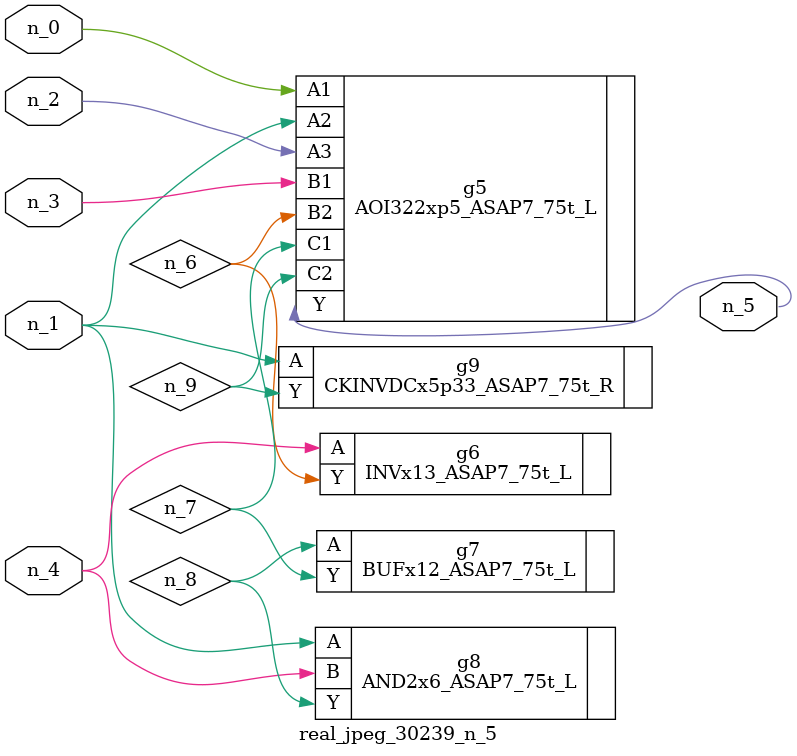
<source format=v>
module real_jpeg_30239_n_5 (n_4, n_0, n_1, n_2, n_3, n_5);

input n_4;
input n_0;
input n_1;
input n_2;
input n_3;

output n_5;

wire n_8;
wire n_6;
wire n_7;
wire n_9;

AOI322xp5_ASAP7_75t_L g5 ( 
.A1(n_0),
.A2(n_1),
.A3(n_2),
.B1(n_3),
.B2(n_6),
.C1(n_7),
.C2(n_9),
.Y(n_5)
);

AND2x6_ASAP7_75t_L g8 ( 
.A(n_1),
.B(n_4),
.Y(n_8)
);

CKINVDCx5p33_ASAP7_75t_R g9 ( 
.A(n_1),
.Y(n_9)
);

INVx13_ASAP7_75t_L g6 ( 
.A(n_4),
.Y(n_6)
);

BUFx12_ASAP7_75t_L g7 ( 
.A(n_8),
.Y(n_7)
);


endmodule
</source>
